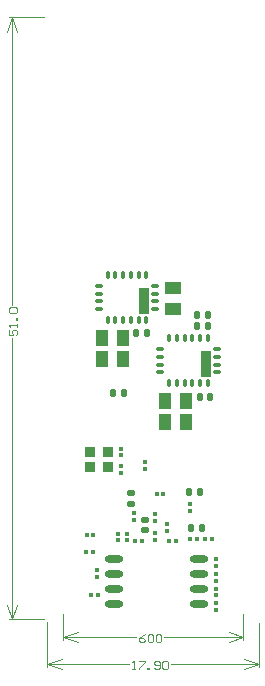
<source format=gbp>
%FSLAX44Y44*%
%MOMM*%
G71*
G01*
G75*
G04 Layer_Color=128*
G04:AMPARAMS|DCode=10|XSize=0.6mm|YSize=0.5mm|CornerRadius=0.05mm|HoleSize=0mm|Usage=FLASHONLY|Rotation=90.000|XOffset=0mm|YOffset=0mm|HoleType=Round|Shape=RoundedRectangle|*
%AMROUNDEDRECTD10*
21,1,0.6000,0.4000,0,0,90.0*
21,1,0.5000,0.5000,0,0,90.0*
1,1,0.1000,0.2000,0.2500*
1,1,0.1000,0.2000,-0.2500*
1,1,0.1000,-0.2000,-0.2500*
1,1,0.1000,-0.2000,0.2500*
%
%ADD10ROUNDEDRECTD10*%
G04:AMPARAMS|DCode=11|XSize=0.4mm|YSize=0.37mm|CornerRadius=0.037mm|HoleSize=0mm|Usage=FLASHONLY|Rotation=90.000|XOffset=0mm|YOffset=0mm|HoleType=Round|Shape=RoundedRectangle|*
%AMROUNDEDRECTD11*
21,1,0.4000,0.2960,0,0,90.0*
21,1,0.3260,0.3700,0,0,90.0*
1,1,0.0740,0.1480,0.1630*
1,1,0.0740,0.1480,-0.1630*
1,1,0.0740,-0.1480,-0.1630*
1,1,0.0740,-0.1480,0.1630*
%
%ADD11ROUNDEDRECTD11*%
G04:AMPARAMS|DCode=12|XSize=0.4mm|YSize=0.37mm|CornerRadius=0.037mm|HoleSize=0mm|Usage=FLASHONLY|Rotation=180.000|XOffset=0mm|YOffset=0mm|HoleType=Round|Shape=RoundedRectangle|*
%AMROUNDEDRECTD12*
21,1,0.4000,0.2960,0,0,180.0*
21,1,0.3260,0.3700,0,0,180.0*
1,1,0.0740,-0.1630,0.1480*
1,1,0.0740,0.1630,0.1480*
1,1,0.0740,0.1630,-0.1480*
1,1,0.0740,-0.1630,-0.1480*
%
%ADD12ROUNDEDRECTD12*%
G04:AMPARAMS|DCode=13|XSize=0.76mm|YSize=0.27mm|CornerRadius=0.027mm|HoleSize=0mm|Usage=FLASHONLY|Rotation=90.000|XOffset=0mm|YOffset=0mm|HoleType=Round|Shape=RoundedRectangle|*
%AMROUNDEDRECTD13*
21,1,0.7600,0.2160,0,0,90.0*
21,1,0.7060,0.2700,0,0,90.0*
1,1,0.0540,0.1080,0.3530*
1,1,0.0540,0.1080,-0.3530*
1,1,0.0540,-0.1080,-0.3530*
1,1,0.0540,-0.1080,0.3530*
%
%ADD13ROUNDEDRECTD13*%
G04:AMPARAMS|DCode=14|XSize=0.76mm|YSize=0.27mm|CornerRadius=0.027mm|HoleSize=0mm|Usage=FLASHONLY|Rotation=180.000|XOffset=0mm|YOffset=0mm|HoleType=Round|Shape=RoundedRectangle|*
%AMROUNDEDRECTD14*
21,1,0.7600,0.2160,0,0,180.0*
21,1,0.7060,0.2700,0,0,180.0*
1,1,0.0540,-0.3530,0.1080*
1,1,0.0540,0.3530,0.1080*
1,1,0.0540,0.3530,-0.1080*
1,1,0.0540,-0.3530,-0.1080*
%
%ADD14ROUNDEDRECTD14*%
G04:AMPARAMS|DCode=15|XSize=3.79mm|YSize=1.2mm|CornerRadius=0.3mm|HoleSize=0mm|Usage=FLASHONLY|Rotation=270.000|XOffset=0mm|YOffset=0mm|HoleType=Round|Shape=RoundedRectangle|*
%AMROUNDEDRECTD15*
21,1,3.7900,0.6000,0,0,270.0*
21,1,3.1900,1.2000,0,0,270.0*
1,1,0.6000,-0.3000,-1.5950*
1,1,0.6000,-0.3000,1.5950*
1,1,0.6000,0.3000,1.5950*
1,1,0.6000,0.3000,-1.5950*
%
%ADD15ROUNDEDRECTD15*%
G04:AMPARAMS|DCode=16|XSize=0.6mm|YSize=1.25mm|CornerRadius=0.15mm|HoleSize=0mm|Usage=FLASHONLY|Rotation=0.000|XOffset=0mm|YOffset=0mm|HoleType=Round|Shape=RoundedRectangle|*
%AMROUNDEDRECTD16*
21,1,0.6000,0.9500,0,0,0.0*
21,1,0.3000,1.2500,0,0,0.0*
1,1,0.3000,0.1500,-0.4750*
1,1,0.3000,-0.1500,-0.4750*
1,1,0.3000,-0.1500,0.4750*
1,1,0.3000,0.1500,0.4750*
%
%ADD16ROUNDEDRECTD16*%
G04:AMPARAMS|DCode=17|XSize=1.45mm|YSize=1.4mm|CornerRadius=0.35mm|HoleSize=0mm|Usage=FLASHONLY|Rotation=0.000|XOffset=0mm|YOffset=0mm|HoleType=Round|Shape=RoundedRectangle|*
%AMROUNDEDRECTD17*
21,1,1.4500,0.7000,0,0,0.0*
21,1,0.7500,1.4000,0,0,0.0*
1,1,0.7000,0.3750,-0.3500*
1,1,0.7000,-0.3750,-0.3500*
1,1,0.7000,-0.3750,0.3500*
1,1,0.7000,0.3750,0.3500*
%
%ADD17ROUNDEDRECTD17*%
G04:AMPARAMS|DCode=18|XSize=1mm|YSize=0.6mm|CornerRadius=0.15mm|HoleSize=0mm|Usage=FLASHONLY|Rotation=180.000|XOffset=0mm|YOffset=0mm|HoleType=Round|Shape=RoundedRectangle|*
%AMROUNDEDRECTD18*
21,1,1.0000,0.3000,0,0,180.0*
21,1,0.7000,0.6000,0,0,180.0*
1,1,0.3000,-0.3500,0.1500*
1,1,0.3000,0.3500,0.1500*
1,1,0.3000,0.3500,-0.1500*
1,1,0.3000,-0.3500,-0.1500*
%
%ADD18ROUNDEDRECTD18*%
G04:AMPARAMS|DCode=19|XSize=0.95mm|YSize=0.85mm|CornerRadius=0.2125mm|HoleSize=0mm|Usage=FLASHONLY|Rotation=180.000|XOffset=0mm|YOffset=0mm|HoleType=Round|Shape=RoundedRectangle|*
%AMROUNDEDRECTD19*
21,1,0.9500,0.4250,0,0,180.0*
21,1,0.5250,0.8500,0,0,180.0*
1,1,0.4250,-0.2625,0.2125*
1,1,0.4250,0.2625,0.2125*
1,1,0.4250,0.2625,-0.2125*
1,1,0.4250,-0.2625,-0.2125*
%
%ADD19ROUNDEDRECTD19*%
%ADD20O,0.8000X1.4700*%
G04:AMPARAMS|DCode=21|XSize=0.6mm|YSize=0.5mm|CornerRadius=0.05mm|HoleSize=0mm|Usage=FLASHONLY|Rotation=180.000|XOffset=0mm|YOffset=0mm|HoleType=Round|Shape=RoundedRectangle|*
%AMROUNDEDRECTD21*
21,1,0.6000,0.4000,0,0,180.0*
21,1,0.5000,0.5000,0,0,180.0*
1,1,0.1000,-0.2500,0.2000*
1,1,0.1000,0.2500,0.2000*
1,1,0.1000,0.2500,-0.2000*
1,1,0.1000,-0.2500,-0.2000*
%
%ADD21ROUNDEDRECTD21*%
G04:AMPARAMS|DCode=22|XSize=0.8mm|YSize=0.8mm|CornerRadius=0.12mm|HoleSize=0mm|Usage=FLASHONLY|Rotation=270.000|XOffset=0mm|YOffset=0mm|HoleType=Round|Shape=RoundedRectangle|*
%AMROUNDEDRECTD22*
21,1,0.8000,0.5600,0,0,270.0*
21,1,0.5600,0.8000,0,0,270.0*
1,1,0.2400,-0.2800,-0.2800*
1,1,0.2400,-0.2800,0.2800*
1,1,0.2400,0.2800,0.2800*
1,1,0.2400,0.2800,-0.2800*
%
%ADD22ROUNDEDRECTD22*%
%ADD23O,1.4000X0.6000*%
%ADD24C,0.3500*%
%ADD25R,0.5400X0.7400*%
G04:AMPARAMS|DCode=26|XSize=0.8mm|YSize=0.8mm|CornerRadius=0.12mm|HoleSize=0mm|Usage=FLASHONLY|Rotation=0.000|XOffset=0mm|YOffset=0mm|HoleType=Round|Shape=RoundedRectangle|*
%AMROUNDEDRECTD26*
21,1,0.8000,0.5600,0,0,0.0*
21,1,0.5600,0.8000,0,0,0.0*
1,1,0.2400,0.2800,-0.2800*
1,1,0.2400,-0.2800,-0.2800*
1,1,0.2400,-0.2800,0.2800*
1,1,0.2400,0.2800,0.2800*
%
%ADD26ROUNDEDRECTD26*%
%ADD27R,0.7400X0.5400*%
%ADD28C,0.1000*%
%ADD29C,0.0750*%
%ADD30C,0.1500*%
%ADD31C,0.0751*%
%ADD32C,0.3000*%
%ADD33C,1.5000*%
%ADD34R,1.5000X1.5000*%
%ADD35R,1.5000X1.5000*%
G04:AMPARAMS|DCode=36|XSize=1.38mm|YSize=1.05mm|CornerRadius=0.105mm|HoleSize=0mm|Usage=FLASHONLY|Rotation=270.000|XOffset=0mm|YOffset=0mm|HoleType=Round|Shape=RoundedRectangle|*
%AMROUNDEDRECTD36*
21,1,1.3800,0.8400,0,0,270.0*
21,1,1.1700,1.0500,0,0,270.0*
1,1,0.2100,-0.4200,-0.5850*
1,1,0.2100,-0.4200,0.5850*
1,1,0.2100,0.4200,0.5850*
1,1,0.2100,0.4200,-0.5850*
%
%ADD36ROUNDEDRECTD36*%
%ADD37O,1.6000X0.6000*%
G04:AMPARAMS|DCode=38|XSize=0.9mm|YSize=0.8mm|CornerRadius=0.08mm|HoleSize=0mm|Usage=FLASHONLY|Rotation=180.000|XOffset=0mm|YOffset=0mm|HoleType=Round|Shape=RoundedRectangle|*
%AMROUNDEDRECTD38*
21,1,0.9000,0.6400,0,0,180.0*
21,1,0.7400,0.8000,0,0,180.0*
1,1,0.1600,-0.3700,0.3200*
1,1,0.1600,0.3700,0.3200*
1,1,0.1600,0.3700,-0.3200*
1,1,0.1600,-0.3700,-0.3200*
%
%ADD38ROUNDEDRECTD38*%
%ADD39R,0.9000X2.2500*%
G04:AMPARAMS|DCode=40|XSize=0.3mm|YSize=0.6mm|CornerRadius=0.0495mm|HoleSize=0mm|Usage=FLASHONLY|Rotation=0.000|XOffset=0mm|YOffset=0mm|HoleType=Round|Shape=RoundedRectangle|*
%AMROUNDEDRECTD40*
21,1,0.3000,0.5010,0,0,0.0*
21,1,0.2010,0.6000,0,0,0.0*
1,1,0.0990,0.1005,-0.2505*
1,1,0.0990,-0.1005,-0.2505*
1,1,0.0990,-0.1005,0.2505*
1,1,0.0990,0.1005,0.2505*
%
%ADD40ROUNDEDRECTD40*%
G04:AMPARAMS|DCode=41|XSize=0.3mm|YSize=0.6mm|CornerRadius=0.0495mm|HoleSize=0mm|Usage=FLASHONLY|Rotation=270.000|XOffset=0mm|YOffset=0mm|HoleType=Round|Shape=RoundedRectangle|*
%AMROUNDEDRECTD41*
21,1,0.3000,0.5010,0,0,270.0*
21,1,0.2010,0.6000,0,0,270.0*
1,1,0.0990,-0.2505,-0.1005*
1,1,0.0990,-0.2505,0.1005*
1,1,0.0990,0.2505,0.1005*
1,1,0.0990,0.2505,-0.1005*
%
%ADD41ROUNDEDRECTD41*%
G04:AMPARAMS|DCode=42|XSize=1.38mm|YSize=1.05mm|CornerRadius=0.105mm|HoleSize=0mm|Usage=FLASHONLY|Rotation=0.000|XOffset=0mm|YOffset=0mm|HoleType=Round|Shape=RoundedRectangle|*
%AMROUNDEDRECTD42*
21,1,1.3800,0.8400,0,0,0.0*
21,1,1.1700,1.0500,0,0,0.0*
1,1,0.2100,0.5850,-0.4200*
1,1,0.2100,-0.5850,-0.4200*
1,1,0.2100,-0.5850,0.4200*
1,1,0.2100,0.5850,0.4200*
%
%ADD42ROUNDEDRECTD42*%
%ADD43C,0.8000*%
%ADD44C,0.2000*%
%ADD45C,0.1500*%
D10*
X84500Y242500D02*
D03*
X75500D02*
D03*
X138000Y188600D02*
D03*
X129000D02*
D03*
X120300Y108200D02*
D03*
X129300D02*
D03*
X121900Y77200D02*
D03*
X130900D02*
D03*
X55900Y191800D02*
D03*
X64900D02*
D03*
X136100Y248800D02*
D03*
X127100D02*
D03*
X127100Y257800D02*
D03*
X136100D02*
D03*
D11*
X74650Y66100D02*
D03*
X80350D02*
D03*
X120850Y68400D02*
D03*
X126550D02*
D03*
X133450Y67800D02*
D03*
X139150D02*
D03*
X103400Y66200D02*
D03*
X109100D02*
D03*
X38950Y71500D02*
D03*
X33250D02*
D03*
X33150Y57100D02*
D03*
X38850D02*
D03*
X42650Y20800D02*
D03*
X36950D02*
D03*
X98350Y106000D02*
D03*
X92650D02*
D03*
D12*
X73200Y89850D02*
D03*
Y84150D02*
D03*
X67700Y72650D02*
D03*
Y66950D02*
D03*
X91200Y83450D02*
D03*
Y89150D02*
D03*
X91400Y67150D02*
D03*
Y72850D02*
D03*
X101200Y80950D02*
D03*
Y75250D02*
D03*
X143000Y50950D02*
D03*
Y45250D02*
D03*
X121100Y97850D02*
D03*
Y92150D02*
D03*
X59600Y66950D02*
D03*
Y72650D02*
D03*
X41900Y41950D02*
D03*
Y36250D02*
D03*
X143000Y13550D02*
D03*
Y7850D02*
D03*
Y32850D02*
D03*
Y38550D02*
D03*
X62100Y123850D02*
D03*
Y129550D02*
D03*
X82900Y133250D02*
D03*
Y127550D02*
D03*
X62100Y139050D02*
D03*
Y144750D02*
D03*
X143000Y26050D02*
D03*
Y20350D02*
D03*
D21*
X82400Y84500D02*
D03*
Y75500D02*
D03*
X70600Y106700D02*
D03*
Y97700D02*
D03*
D28*
X-32540Y0D02*
X-2540D01*
X-32540Y510000D02*
X-2590D01*
X-30000Y0D02*
Y238337D01*
Y266663D02*
Y510000D01*
Y0D02*
X-25833Y12500D01*
X-34167D02*
X-30000Y0D01*
X-34167Y497500D02*
X-30000Y510000D01*
X-25833Y497500D01*
X179000Y-40040D02*
Y-2590D01*
X0Y-40040D02*
Y-2540D01*
X104662Y-37500D02*
X179000D01*
X0D02*
X69338D01*
X166500Y-33333D02*
X179000Y-37500D01*
X166500Y-41667D02*
X179000Y-37500D01*
X0D02*
X12500Y-41667D01*
X0Y-37500D02*
X12500Y-33333D01*
X166000Y-17540D02*
Y4660D01*
X13500Y-17540D02*
Y4660D01*
X99080Y-15000D02*
X166000D01*
X13500D02*
X75420D01*
X153500Y-10833D02*
X166000Y-15000D01*
X153500Y-19167D02*
X166000Y-15000D01*
X13500D02*
X26000Y-19167D01*
X13500Y-15000D02*
X26000Y-10833D01*
X-32499Y245502D02*
Y240837D01*
X-29000D01*
X-30166Y243170D01*
Y244336D01*
X-29000Y245502D01*
X-26667D01*
X-25501Y244336D01*
Y242003D01*
X-26667Y240837D01*
X-25501Y247835D02*
Y250167D01*
Y249001D01*
X-32499D01*
X-31333Y247835D01*
X-25501Y253666D02*
X-26667D01*
Y254832D01*
X-25501D01*
Y253666D01*
X-31333Y259498D02*
X-32499Y260664D01*
Y262997D01*
X-31333Y264163D01*
X-26667D01*
X-25501Y262997D01*
Y260664D01*
X-26667Y259498D01*
X-31333D01*
X71838Y-41999D02*
X74171D01*
X73004D01*
Y-35001D01*
X71838Y-36168D01*
X77670Y-35001D02*
X82335D01*
Y-36168D01*
X77670Y-40833D01*
Y-41999D01*
X84667D02*
Y-40833D01*
X85834D01*
Y-41999D01*
X84667D01*
X90499Y-40833D02*
X91665Y-41999D01*
X93998D01*
X95164Y-40833D01*
Y-36168D01*
X93998Y-35001D01*
X91665D01*
X90499Y-36168D01*
Y-37334D01*
X91665Y-38500D01*
X95164D01*
X97497Y-36168D02*
X98663Y-35001D01*
X100996D01*
X102162Y-36168D01*
Y-40833D01*
X100996Y-41999D01*
X98663D01*
X97497Y-40833D01*
Y-36168D01*
X82585Y-12501D02*
X80252Y-13668D01*
X77920Y-16000D01*
Y-18333D01*
X79086Y-19499D01*
X81418D01*
X82585Y-18333D01*
Y-17166D01*
X81418Y-16000D01*
X77920D01*
X84917Y-13668D02*
X86084Y-12501D01*
X88416D01*
X89582Y-13668D01*
Y-18333D01*
X88416Y-19499D01*
X86084D01*
X84917Y-18333D01*
Y-13668D01*
X91915D02*
X93081Y-12501D01*
X95414D01*
X96580Y-13668D01*
Y-18333D01*
X95414Y-19499D01*
X93081D01*
X91915Y-18333D01*
Y-13668D01*
D36*
X63775Y238500D02*
D03*
X45975D02*
D03*
X117400Y185000D02*
D03*
X99600D02*
D03*
X63775Y220500D02*
D03*
X45975D02*
D03*
X117400Y167000D02*
D03*
X99600D02*
D03*
D37*
X56500Y13450D02*
D03*
Y26150D02*
D03*
Y38850D02*
D03*
Y51550D02*
D03*
X128500Y13450D02*
D03*
Y26150D02*
D03*
Y38850D02*
D03*
Y51550D02*
D03*
D38*
X51100Y141400D02*
D03*
X36100D02*
D03*
Y129400D02*
D03*
X51100D02*
D03*
D39*
X134000Y216250D02*
D03*
X82000Y269750D02*
D03*
D40*
X135750Y200000D02*
D03*
X129250D02*
D03*
X122750D02*
D03*
X116250D02*
D03*
X109750D02*
D03*
X103250D02*
D03*
X103250Y238000D02*
D03*
X109750D02*
D03*
X116250D02*
D03*
X122750D02*
D03*
X129250D02*
D03*
X135750D02*
D03*
X83750Y253500D02*
D03*
X77250D02*
D03*
X70750D02*
D03*
X64250D02*
D03*
X57750D02*
D03*
X51250D02*
D03*
X51250Y291500D02*
D03*
X57750D02*
D03*
X64250D02*
D03*
X70750D02*
D03*
X77250D02*
D03*
X83750D02*
D03*
D41*
X95500Y209250D02*
D03*
Y228750D02*
D03*
Y222250D02*
D03*
Y215750D02*
D03*
X143500D02*
D03*
Y222250D02*
D03*
Y228750D02*
D03*
Y209250D02*
D03*
X43500Y262750D02*
D03*
Y282250D02*
D03*
Y275750D02*
D03*
Y269250D02*
D03*
X91500D02*
D03*
Y275750D02*
D03*
Y282250D02*
D03*
Y262750D02*
D03*
D42*
X106500Y280600D02*
D03*
Y262800D02*
D03*
M02*

</source>
